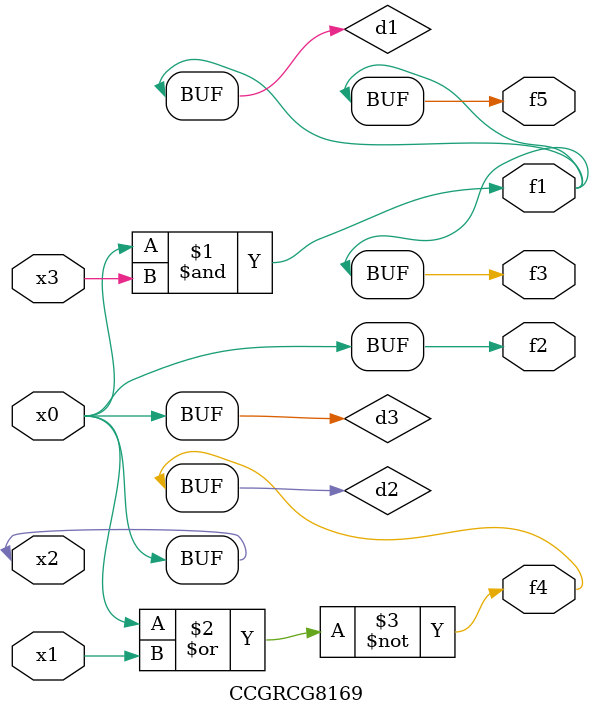
<source format=v>
module CCGRCG8169(
	input x0, x1, x2, x3,
	output f1, f2, f3, f4, f5
);

	wire d1, d2, d3;

	and (d1, x2, x3);
	nor (d2, x0, x1);
	buf (d3, x0, x2);
	assign f1 = d1;
	assign f2 = d3;
	assign f3 = d1;
	assign f4 = d2;
	assign f5 = d1;
endmodule

</source>
